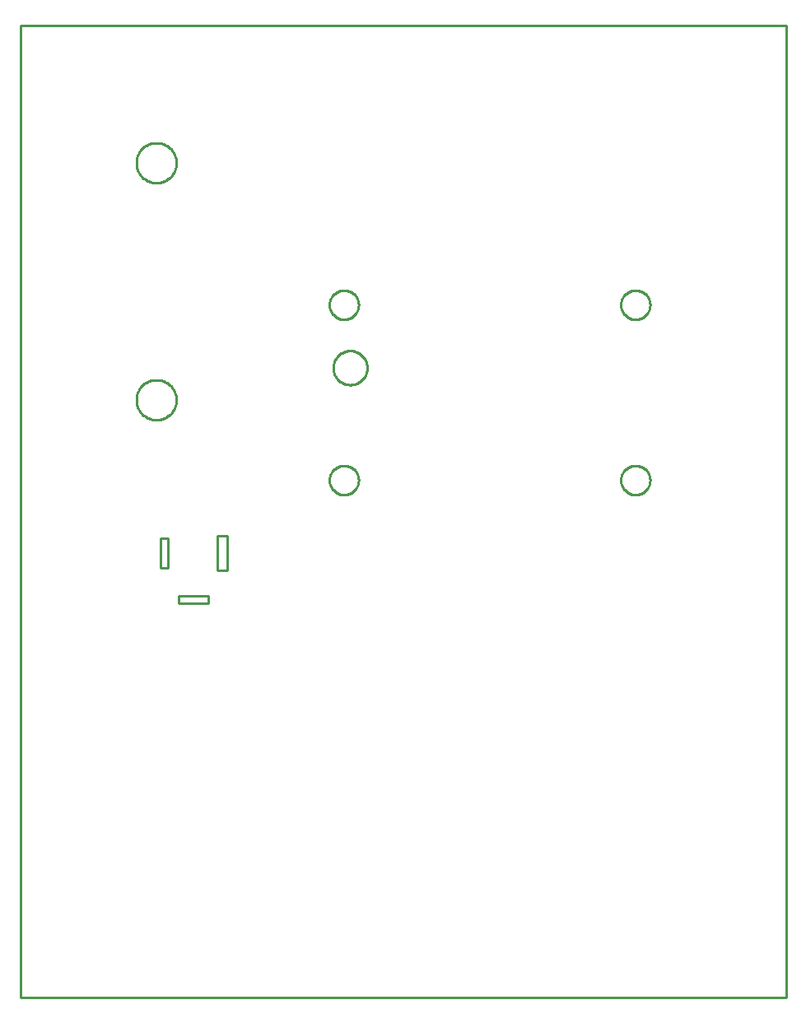
<source format=gbr>
G04 EAGLE Gerber RS-274X export*
G75*
%MOMM*%
%FSLAX34Y34*%
%LPD*%
%IN*%
%IPPOS*%
%AMOC8*
5,1,8,0,0,1.08239X$1,22.5*%
G01*
%ADD10C,0.254000*%


D10*
X0Y0D02*
X787200Y0D01*
X787200Y1000000D01*
X0Y1000000D01*
X0Y0D01*
X162800Y405200D02*
X192800Y405200D01*
X192800Y413200D01*
X162800Y413200D01*
X162800Y405200D01*
X202800Y439700D02*
X212800Y439700D01*
X212800Y474700D01*
X202800Y474700D01*
X202800Y439700D01*
X143800Y442200D02*
X151800Y442200D01*
X151800Y472200D01*
X143800Y472200D01*
X143800Y442200D01*
X140322Y879094D02*
X141563Y879019D01*
X142797Y878869D01*
X144020Y878645D01*
X145227Y878347D01*
X146414Y877977D01*
X147577Y877537D01*
X148711Y877026D01*
X149812Y876448D01*
X150876Y875805D01*
X151899Y875099D01*
X152878Y874332D01*
X153808Y873508D01*
X154688Y872628D01*
X155512Y871698D01*
X156279Y870719D01*
X156985Y869696D01*
X157628Y868632D01*
X158206Y867531D01*
X158717Y866397D01*
X159157Y865234D01*
X159527Y864047D01*
X159825Y862840D01*
X160049Y861617D01*
X160199Y860383D01*
X160274Y859142D01*
X160274Y857898D01*
X160199Y856657D01*
X160049Y855423D01*
X159825Y854200D01*
X159527Y852993D01*
X159157Y851806D01*
X158717Y850643D01*
X158206Y849509D01*
X157628Y848408D01*
X156985Y847344D01*
X156279Y846321D01*
X155512Y845342D01*
X154688Y844412D01*
X153808Y843532D01*
X152878Y842708D01*
X151899Y841941D01*
X150876Y841235D01*
X149812Y840592D01*
X148711Y840014D01*
X147577Y839503D01*
X146414Y839063D01*
X145227Y838693D01*
X144020Y838395D01*
X142797Y838171D01*
X141563Y838021D01*
X140322Y837946D01*
X139078Y837946D01*
X137837Y838021D01*
X136603Y838171D01*
X135380Y838395D01*
X134173Y838693D01*
X132986Y839063D01*
X131823Y839503D01*
X130689Y840014D01*
X129588Y840592D01*
X128524Y841235D01*
X127501Y841941D01*
X126522Y842708D01*
X125592Y843532D01*
X124712Y844412D01*
X123888Y845342D01*
X123121Y846321D01*
X122415Y847344D01*
X121772Y848408D01*
X121194Y849509D01*
X120683Y850643D01*
X120243Y851806D01*
X119873Y852993D01*
X119575Y854200D01*
X119351Y855423D01*
X119201Y856657D01*
X119126Y857898D01*
X119126Y859142D01*
X119201Y860383D01*
X119351Y861617D01*
X119575Y862840D01*
X119873Y864047D01*
X120243Y865234D01*
X120683Y866397D01*
X121194Y867531D01*
X121772Y868632D01*
X122415Y869696D01*
X123121Y870719D01*
X123888Y871698D01*
X124712Y872628D01*
X125592Y873508D01*
X126522Y874332D01*
X127501Y875099D01*
X128524Y875805D01*
X129588Y876448D01*
X130689Y877026D01*
X131823Y877537D01*
X132986Y877977D01*
X134173Y878347D01*
X135380Y878645D01*
X136603Y878869D01*
X137837Y879019D01*
X139078Y879094D01*
X140322Y879094D01*
X140322Y635254D02*
X141563Y635179D01*
X142797Y635029D01*
X144020Y634805D01*
X145227Y634507D01*
X146414Y634137D01*
X147577Y633697D01*
X148711Y633186D01*
X149812Y632608D01*
X150876Y631965D01*
X151899Y631259D01*
X152878Y630492D01*
X153808Y629668D01*
X154688Y628788D01*
X155512Y627858D01*
X156279Y626879D01*
X156985Y625856D01*
X157628Y624792D01*
X158206Y623691D01*
X158717Y622557D01*
X159157Y621394D01*
X159527Y620207D01*
X159825Y619000D01*
X160049Y617777D01*
X160199Y616543D01*
X160274Y615302D01*
X160274Y614058D01*
X160199Y612817D01*
X160049Y611583D01*
X159825Y610360D01*
X159527Y609153D01*
X159157Y607966D01*
X158717Y606803D01*
X158206Y605669D01*
X157628Y604568D01*
X156985Y603504D01*
X156279Y602481D01*
X155512Y601502D01*
X154688Y600572D01*
X153808Y599692D01*
X152878Y598868D01*
X151899Y598101D01*
X150876Y597395D01*
X149812Y596752D01*
X148711Y596174D01*
X147577Y595663D01*
X146414Y595223D01*
X145227Y594853D01*
X144020Y594555D01*
X142797Y594331D01*
X141563Y594181D01*
X140322Y594106D01*
X139078Y594106D01*
X137837Y594181D01*
X136603Y594331D01*
X135380Y594555D01*
X134173Y594853D01*
X132986Y595223D01*
X131823Y595663D01*
X130689Y596174D01*
X129588Y596752D01*
X128524Y597395D01*
X127501Y598101D01*
X126522Y598868D01*
X125592Y599692D01*
X124712Y600572D01*
X123888Y601502D01*
X123121Y602481D01*
X122415Y603504D01*
X121772Y604568D01*
X121194Y605669D01*
X120683Y606803D01*
X120243Y607966D01*
X119873Y609153D01*
X119575Y610360D01*
X119351Y611583D01*
X119201Y612817D01*
X119126Y614058D01*
X119126Y615302D01*
X119201Y616543D01*
X119351Y617777D01*
X119575Y619000D01*
X119873Y620207D01*
X120243Y621394D01*
X120683Y622557D01*
X121194Y623691D01*
X121772Y624792D01*
X122415Y625856D01*
X123121Y626879D01*
X123888Y627858D01*
X124712Y628788D01*
X125592Y629668D01*
X126522Y630492D01*
X127501Y631259D01*
X128524Y631965D01*
X129588Y632608D01*
X130689Y633186D01*
X131823Y633697D01*
X132986Y634137D01*
X134173Y634507D01*
X135380Y634805D01*
X136603Y635029D01*
X137837Y635179D01*
X139078Y635254D01*
X140322Y635254D01*
X617460Y532666D02*
X617536Y533734D01*
X617689Y534795D01*
X617917Y535842D01*
X618219Y536870D01*
X618593Y537874D01*
X619038Y538849D01*
X619552Y539789D01*
X620131Y540690D01*
X620773Y541548D01*
X621475Y542358D01*
X622232Y543115D01*
X623042Y543817D01*
X623900Y544459D01*
X624801Y545038D01*
X625741Y545552D01*
X626716Y545997D01*
X627720Y546371D01*
X628748Y546673D01*
X629795Y546901D01*
X630856Y547054D01*
X631924Y547130D01*
X632996Y547130D01*
X634064Y547054D01*
X635125Y546901D01*
X636172Y546673D01*
X637200Y546371D01*
X638204Y545997D01*
X639179Y545552D01*
X640119Y545038D01*
X641020Y544459D01*
X641878Y543817D01*
X642688Y543115D01*
X643445Y542358D01*
X644147Y541548D01*
X644789Y540690D01*
X645368Y539789D01*
X645882Y538849D01*
X646327Y537874D01*
X646701Y536870D01*
X647003Y535842D01*
X647231Y534795D01*
X647384Y533734D01*
X647460Y532666D01*
X647460Y531594D01*
X647384Y530526D01*
X647231Y529465D01*
X647003Y528418D01*
X646701Y527390D01*
X646327Y526386D01*
X645882Y525411D01*
X645368Y524471D01*
X644789Y523570D01*
X644147Y522712D01*
X643445Y521902D01*
X642688Y521145D01*
X641878Y520443D01*
X641020Y519801D01*
X640119Y519222D01*
X639179Y518708D01*
X638204Y518263D01*
X637200Y517889D01*
X636172Y517587D01*
X635125Y517359D01*
X634064Y517206D01*
X632996Y517130D01*
X631924Y517130D01*
X630856Y517206D01*
X629795Y517359D01*
X628748Y517587D01*
X627720Y517889D01*
X626716Y518263D01*
X625741Y518708D01*
X624801Y519222D01*
X623900Y519801D01*
X623042Y520443D01*
X622232Y521145D01*
X621475Y521902D01*
X620773Y522712D01*
X620131Y523570D01*
X619552Y524471D01*
X619038Y525411D01*
X618593Y526386D01*
X618219Y527390D01*
X617917Y528418D01*
X617689Y529465D01*
X617536Y530526D01*
X617460Y531594D01*
X617460Y532666D01*
X617460Y713006D02*
X617536Y714074D01*
X617689Y715135D01*
X617917Y716182D01*
X618219Y717210D01*
X618593Y718214D01*
X619038Y719189D01*
X619552Y720129D01*
X620131Y721030D01*
X620773Y721888D01*
X621475Y722698D01*
X622232Y723455D01*
X623042Y724157D01*
X623900Y724799D01*
X624801Y725378D01*
X625741Y725892D01*
X626716Y726337D01*
X627720Y726711D01*
X628748Y727013D01*
X629795Y727241D01*
X630856Y727394D01*
X631924Y727470D01*
X632996Y727470D01*
X634064Y727394D01*
X635125Y727241D01*
X636172Y727013D01*
X637200Y726711D01*
X638204Y726337D01*
X639179Y725892D01*
X640119Y725378D01*
X641020Y724799D01*
X641878Y724157D01*
X642688Y723455D01*
X643445Y722698D01*
X644147Y721888D01*
X644789Y721030D01*
X645368Y720129D01*
X645882Y719189D01*
X646327Y718214D01*
X646701Y717210D01*
X647003Y716182D01*
X647231Y715135D01*
X647384Y714074D01*
X647460Y713006D01*
X647460Y711934D01*
X647384Y710866D01*
X647231Y709805D01*
X647003Y708758D01*
X646701Y707730D01*
X646327Y706726D01*
X645882Y705751D01*
X645368Y704811D01*
X644789Y703910D01*
X644147Y703052D01*
X643445Y702242D01*
X642688Y701485D01*
X641878Y700783D01*
X641020Y700141D01*
X640119Y699562D01*
X639179Y699048D01*
X638204Y698603D01*
X637200Y698229D01*
X636172Y697927D01*
X635125Y697699D01*
X634064Y697546D01*
X632996Y697470D01*
X631924Y697470D01*
X630856Y697546D01*
X629795Y697699D01*
X628748Y697927D01*
X627720Y698229D01*
X626716Y698603D01*
X625741Y699048D01*
X624801Y699562D01*
X623900Y700141D01*
X623042Y700783D01*
X622232Y701485D01*
X621475Y702242D01*
X620773Y703052D01*
X620131Y703910D01*
X619552Y704811D01*
X619038Y705751D01*
X618593Y706726D01*
X618219Y707730D01*
X617917Y708758D01*
X617689Y709805D01*
X617536Y710866D01*
X617460Y711934D01*
X617460Y713006D01*
X317740Y713006D02*
X317816Y714074D01*
X317969Y715135D01*
X318197Y716182D01*
X318499Y717210D01*
X318873Y718214D01*
X319318Y719189D01*
X319832Y720129D01*
X320411Y721030D01*
X321053Y721888D01*
X321755Y722698D01*
X322512Y723455D01*
X323322Y724157D01*
X324180Y724799D01*
X325081Y725378D01*
X326021Y725892D01*
X326996Y726337D01*
X328000Y726711D01*
X329028Y727013D01*
X330075Y727241D01*
X331136Y727394D01*
X332204Y727470D01*
X333276Y727470D01*
X334344Y727394D01*
X335405Y727241D01*
X336452Y727013D01*
X337480Y726711D01*
X338484Y726337D01*
X339459Y725892D01*
X340399Y725378D01*
X341300Y724799D01*
X342158Y724157D01*
X342968Y723455D01*
X343725Y722698D01*
X344427Y721888D01*
X345069Y721030D01*
X345648Y720129D01*
X346162Y719189D01*
X346607Y718214D01*
X346981Y717210D01*
X347283Y716182D01*
X347511Y715135D01*
X347664Y714074D01*
X347740Y713006D01*
X347740Y711934D01*
X347664Y710866D01*
X347511Y709805D01*
X347283Y708758D01*
X346981Y707730D01*
X346607Y706726D01*
X346162Y705751D01*
X345648Y704811D01*
X345069Y703910D01*
X344427Y703052D01*
X343725Y702242D01*
X342968Y701485D01*
X342158Y700783D01*
X341300Y700141D01*
X340399Y699562D01*
X339459Y699048D01*
X338484Y698603D01*
X337480Y698229D01*
X336452Y697927D01*
X335405Y697699D01*
X334344Y697546D01*
X333276Y697470D01*
X332204Y697470D01*
X331136Y697546D01*
X330075Y697699D01*
X329028Y697927D01*
X328000Y698229D01*
X326996Y698603D01*
X326021Y699048D01*
X325081Y699562D01*
X324180Y700141D01*
X323322Y700783D01*
X322512Y701485D01*
X321755Y702242D01*
X321053Y703052D01*
X320411Y703910D01*
X319832Y704811D01*
X319318Y705751D01*
X318873Y706726D01*
X318499Y707730D01*
X318197Y708758D01*
X317969Y709805D01*
X317816Y710866D01*
X317740Y711934D01*
X317740Y713006D01*
X321590Y648273D02*
X321665Y649416D01*
X321815Y650552D01*
X322038Y651676D01*
X322335Y652783D01*
X322703Y653868D01*
X323141Y654926D01*
X323648Y655954D01*
X324221Y656946D01*
X324858Y657899D01*
X325555Y658808D01*
X326311Y659669D01*
X327121Y660479D01*
X327982Y661235D01*
X328891Y661932D01*
X329844Y662569D01*
X330836Y663142D01*
X331864Y663649D01*
X332922Y664087D01*
X334007Y664455D01*
X335114Y664752D01*
X336238Y664976D01*
X337374Y665125D01*
X338517Y665200D01*
X339663Y665200D01*
X340806Y665125D01*
X341942Y664976D01*
X343066Y664752D01*
X344173Y664455D01*
X345258Y664087D01*
X346316Y663649D01*
X347344Y663142D01*
X348336Y662569D01*
X349289Y661932D01*
X350198Y661235D01*
X351059Y660479D01*
X351869Y659669D01*
X352625Y658808D01*
X353322Y657899D01*
X353959Y656946D01*
X354532Y655954D01*
X355039Y654926D01*
X355477Y653868D01*
X355845Y652783D01*
X356142Y651676D01*
X356366Y650552D01*
X356515Y649416D01*
X356590Y648273D01*
X356590Y647127D01*
X356515Y645984D01*
X356366Y644848D01*
X356142Y643724D01*
X355845Y642617D01*
X355477Y641532D01*
X355039Y640474D01*
X354532Y639446D01*
X353959Y638454D01*
X353322Y637501D01*
X352625Y636592D01*
X351869Y635731D01*
X351059Y634921D01*
X350198Y634165D01*
X349289Y633468D01*
X348336Y632831D01*
X347344Y632258D01*
X346316Y631751D01*
X345258Y631313D01*
X344173Y630945D01*
X343066Y630648D01*
X341942Y630425D01*
X340806Y630275D01*
X339663Y630200D01*
X338517Y630200D01*
X337374Y630275D01*
X336238Y630425D01*
X335114Y630648D01*
X334007Y630945D01*
X332922Y631313D01*
X331864Y631751D01*
X330836Y632258D01*
X329844Y632831D01*
X328891Y633468D01*
X327982Y634165D01*
X327121Y634921D01*
X326311Y635731D01*
X325555Y636592D01*
X324858Y637501D01*
X324221Y638454D01*
X323648Y639446D01*
X323141Y640474D01*
X322703Y641532D01*
X322335Y642617D01*
X322038Y643724D01*
X321815Y644848D01*
X321665Y645984D01*
X321590Y647127D01*
X321590Y648273D01*
X317740Y532666D02*
X317816Y533734D01*
X317969Y534795D01*
X318197Y535842D01*
X318499Y536870D01*
X318873Y537874D01*
X319318Y538849D01*
X319832Y539789D01*
X320411Y540690D01*
X321053Y541548D01*
X321755Y542358D01*
X322512Y543115D01*
X323322Y543817D01*
X324180Y544459D01*
X325081Y545038D01*
X326021Y545552D01*
X326996Y545997D01*
X328000Y546371D01*
X329028Y546673D01*
X330075Y546901D01*
X331136Y547054D01*
X332204Y547130D01*
X333276Y547130D01*
X334344Y547054D01*
X335405Y546901D01*
X336452Y546673D01*
X337480Y546371D01*
X338484Y545997D01*
X339459Y545552D01*
X340399Y545038D01*
X341300Y544459D01*
X342158Y543817D01*
X342968Y543115D01*
X343725Y542358D01*
X344427Y541548D01*
X345069Y540690D01*
X345648Y539789D01*
X346162Y538849D01*
X346607Y537874D01*
X346981Y536870D01*
X347283Y535842D01*
X347511Y534795D01*
X347664Y533734D01*
X347740Y532666D01*
X347740Y531594D01*
X347664Y530526D01*
X347511Y529465D01*
X347283Y528418D01*
X346981Y527390D01*
X346607Y526386D01*
X346162Y525411D01*
X345648Y524471D01*
X345069Y523570D01*
X344427Y522712D01*
X343725Y521902D01*
X342968Y521145D01*
X342158Y520443D01*
X341300Y519801D01*
X340399Y519222D01*
X339459Y518708D01*
X338484Y518263D01*
X337480Y517889D01*
X336452Y517587D01*
X335405Y517359D01*
X334344Y517206D01*
X333276Y517130D01*
X332204Y517130D01*
X331136Y517206D01*
X330075Y517359D01*
X329028Y517587D01*
X328000Y517889D01*
X326996Y518263D01*
X326021Y518708D01*
X325081Y519222D01*
X324180Y519801D01*
X323322Y520443D01*
X322512Y521145D01*
X321755Y521902D01*
X321053Y522712D01*
X320411Y523570D01*
X319832Y524471D01*
X319318Y525411D01*
X318873Y526386D01*
X318499Y527390D01*
X318197Y528418D01*
X317969Y529465D01*
X317816Y530526D01*
X317740Y531594D01*
X317740Y532666D01*
M02*

</source>
